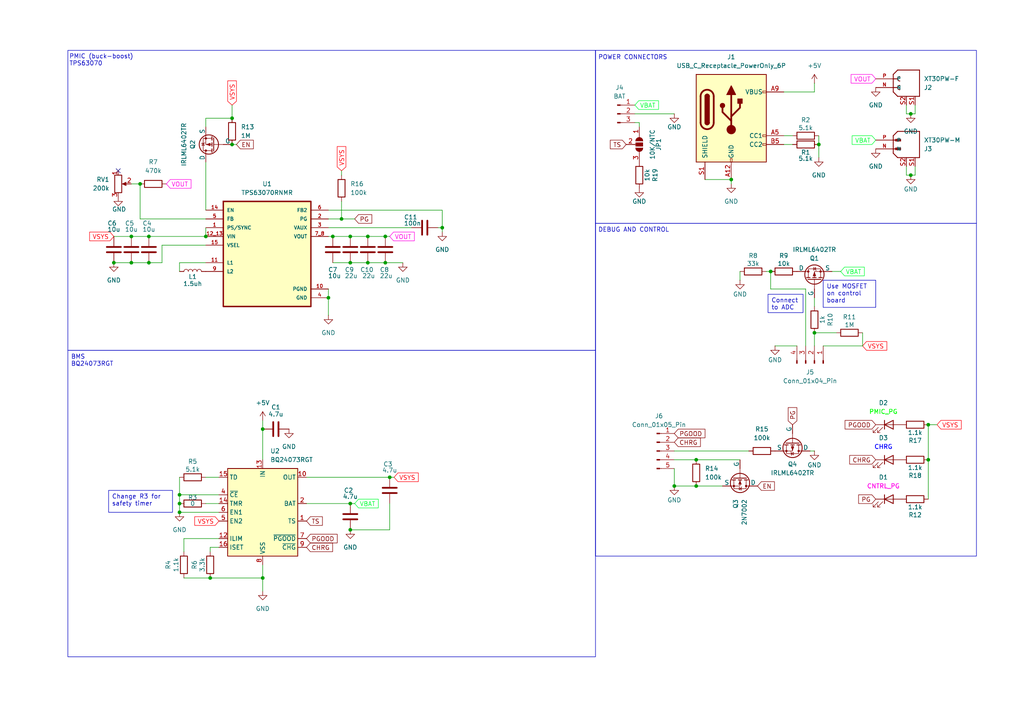
<source format=kicad_sch>
(kicad_sch (version 20231120) (generator "eeschema") (generator_version "8.0")
  (paper "A4")
  (title_block (title "PWB.003") (date "2025-01-18") (rev "v0") (company "SaintCarbonara"))
  (lib_symbols
    (symbol "Battery_Management:BQ24073RGT"
      (property "Reference" "U" (at -8.89 13.97 0))
      (property "Value" "BQ24073RGT" (at 16.51 13.97 0))
      (symbol "BQ24073RGT_0_1"
        (rectangle (start -10.16 12.7) (end 10.16 -12.7) (stroke (width 0.254)) (fill (type background)))
      )
      (symbol "BQ24073RGT_1_1"
        (pin passive line (at 12.7 -2.54 180) (length 2.54) (name "TS") (number "1"))
        (pin power_out line (at 12.7 10.16 180) (length 2.54) (name "OUT") (number "10"))
        (pin passive line (at 12.7 10.16 180) (length 2.54) hide (name "OUT") (number "11"))
        (pin passive line (at -12.7 -7.62 0) (length 2.54) (name "ILIM") (number "12"))
        (pin power_in line (at 0 15.24 270) (length 2.54) (name "IN") (number "13"))
        (pin input line (at -12.7 2.54 0) (length 2.54) (name "TMR") (number "14"))
        (pin input line (at -12.7 10.16 0) (length 2.54) (name "TD") (number "15"))
        (pin passive line (at -12.7 -10.16 0) (length 2.54) (name "ISET") (number "16"))
        (pin passive line (at 0 -15.24 90) (length 2.54) hide (name "VSS") (number "17"))
        (pin power_out line (at 12.7 2.54 180) (length 2.54) (name "BAT") (number "2"))
        (pin passive line (at 12.7 2.54 180) (length 2.54) hide (name "BAT") (number "3"))
        (pin input line (at -12.7 5.08 0) (length 2.54) (name "~{CE}") (number "4"))
        (pin input line (at -12.7 -2.54 0) (length 2.54) (name "EN2") (number "5"))
        (pin input line (at -12.7 0 0) (length 2.54) (name "EN1") (number "6"))
        (pin open_collector line (at 12.7 -7.62 180) (length 2.54) (name "~{PGOOD}") (number "7"))
        (pin power_in line (at 0 -15.24 90) (length 2.54) (name "VSS") (number "8"))
        (pin open_collector line (at 12.7 -10.16 180) (length 2.54) (name "~{CHG}") (number "9"))
      )
    )
    (symbol "Connector:Conn_01x03_Pin" (pin_names (offset 1.016) hide)
      (property "Reference" "J" (at 0 5.08 0))
      (property "Value" "Conn_01x03_Pin" (at 0 -5.08 0))
      (symbol "Conn_01x03_Pin_1_1"
        (polyline (pts (xy 1.27 -2.54) (xy 0.8636 -2.54)) (stroke (width 0.1524)))
        (polyline (pts (xy 1.27 0) (xy 0.8636 0)) (stroke (width 0.1524)))
        (polyline (pts (xy 1.27 2.54) (xy 0.8636 2.54)) (stroke (width 0.1524)))
        (rectangle (start 0.8636 -2.413) (end 0 -2.667) (stroke (width 0.1524)) (fill (type outline)))
        (rectangle (start 0.8636 0.127) (end 0 -0.127) (stroke (width 0.1524)) (fill (type outline)))
        (rectangle (start 0.8636 2.667) (end 0 2.413) (stroke (width 0.1524)) (fill (type outline)))
        (pin passive line (at 5.08 2.54 180) (length 3.81) (name "Pin_1") (number "1"))
        (pin passive line (at 5.08 0 180) (length 3.81) (name "Pin_2") (number "2"))
        (pin passive line (at 5.08 -2.54 180) (length 3.81) (name "Pin_3") (number "3"))
      )
    )
    (symbol "Connector:Conn_01x04_Pin" (pin_names (offset 1.016) hide)
      (property "Reference" "J" (at 0 5.08 0))
      (property "Value" "Conn_01x04_Pin" (at 0 -7.62 0))
      (symbol "Conn_01x04_Pin_1_1"
        (polyline (pts (xy 1.27 -5.08) (xy 0.8636 -5.08)) (stroke (width 0.1524)))
        (polyline (pts (xy 1.27 -2.54) (xy 0.8636 -2.54)) (stroke (width 0.1524)))
        (polyline (pts (xy 1.27 0) (xy 0.8636 0)) (stroke (width 0.1524)))
        (polyline (pts (xy 1.27 2.54) (xy 0.8636 2.54)) (stroke (width 0.1524)))
        (rectangle (start 0.8636 -4.953) (end 0 -5.207) (stroke (width 0.1524)) (fill (type outline)))
        (rectangle (start 0.8636 -2.413) (end 0 -2.667) (stroke (width 0.1524)) (fill (type outline)))
        (rectangle (start 0.8636 0.127) (end 0 -0.127) (stroke (width 0.1524)) (fill (type outline)))
        (rectangle (start 0.8636 2.667) (end 0 2.413) (stroke (width 0.1524)) (fill (type outline)))
        (pin passive line (at 5.08 2.54 180) (length 3.81) (name "Pin_1") (number "1"))
        (pin passive line (at 5.08 0 180) (length 3.81) (name "Pin_2") (number "2"))
        (pin passive line (at 5.08 -2.54 180) (length 3.81) (name "Pin_3") (number "3"))
        (pin passive line (at 5.08 -5.08 180) (length 3.81) (name "Pin_4") (number "4"))
      )
    )
    (symbol "Connector:Conn_01x05_Pin" (pin_names (offset 1.016) hide)
      (property "Reference" "J" (at 0 7.62 0))
      (property "Value" "Conn_01x05_Pin" (at 0 -7.62 0))
      (symbol "Conn_01x05_Pin_1_1"
        (polyline (pts (xy 1.27 -5.08) (xy 0.8636 -5.08)) (stroke (width 0.1524)))
        (polyline (pts (xy 1.27 -2.54) (xy 0.8636 -2.54)) (stroke (width 0.1524)))
        (polyline (pts (xy 1.27 0) (xy 0.8636 0)) (stroke (width 0.1524)))
        (polyline (pts (xy 1.27 2.54) (xy 0.8636 2.54)) (stroke (width 0.1524)))
        (polyline (pts (xy 1.27 5.08) (xy 0.8636 5.08)) (stroke (width 0.1524)))
        (rectangle (start 0.8636 -4.953) (end 0 -5.207) (stroke (width 0.1524)) (fill (type outline)))
        (rectangle (start 0.8636 -2.413) (end 0 -2.667) (stroke (width 0.1524)) (fill (type outline)))
        (rectangle (start 0.8636 0.127) (end 0 -0.127) (stroke (width 0.1524)) (fill (type outline)))
        (rectangle (start 0.8636 2.667) (end 0 2.413) (stroke (width 0.1524)) (fill (type outline)))
        (rectangle (start 0.8636 5.207) (end 0 4.953) (stroke (width 0.1524)) (fill (type outline)))
        (pin passive line (at 5.08 5.08 180) (length 3.81) (name "Pin_1") (number "1"))
        (pin passive line (at 5.08 2.54 180) (length 3.81) (name "Pin_2") (number "2"))
        (pin passive line (at 5.08 0 180) (length 3.81) (name "Pin_3") (number "3"))
        (pin passive line (at 5.08 -2.54 180) (length 3.81) (name "Pin_4") (number "4"))
        (pin passive line (at 5.08 -5.08 180) (length 3.81) (name "Pin_5") (number "5"))
      )
    )
    (symbol "Connector:USB_C_Receptacle_PowerOnly_6P" (pin_names (offset 1.016))
      (property "Reference" "J" (at 0 16.51 0))
      (property "Value" "USB_C_Receptacle_PowerOnly_6P" (at 0 13.97 0))
      (symbol "USB_C_Receptacle_PowerOnly_6P_0_0"
        (rectangle (start -0.254 -12.7) (end 0.254 -11.684))
        (rectangle (start 10.16 -7.366) (end 9.144 -7.874))
        (rectangle (start 10.16 -4.826) (end 9.144 -5.334))
        (rectangle (start 10.16 7.874) (end 9.144 7.366))
      )
      (symbol "USB_C_Receptacle_PowerOnly_6P_0_1"
        (rectangle (start -10.16 12.7) (end 10.16 -12.7) (stroke (width 0.254)) (fill (type background)))
        (arc (start -8.89 -1.27) (mid -6.985 -3.1667) (end -5.08 -1.27) (stroke (width 0.508)))
        (arc (start -7.62 -1.27) (mid -6.985 -1.9023) (end -6.35 -1.27) (stroke (width 0.254)))
        (arc (start -7.62 -1.27) (mid -6.985 -1.9023) (end -6.35 -1.27) (stroke (width 0.254)) (fill (type outline)))
        (rectangle (start -7.62 -1.27) (end -6.35 6.35) (stroke (width 0.254)) (fill (type outline)))
        (arc (start -6.35 6.35) (mid -6.985 6.9823) (end -7.62 6.35) (stroke (width 0.254)))
        (arc (start -6.35 6.35) (mid -6.985 6.9823) (end -7.62 6.35) (stroke (width 0.254)) (fill (type outline)))
        (arc (start -5.08 6.35) (mid -6.985 8.2467) (end -8.89 6.35) (stroke (width 0.508)))
        (circle (center -2.54 3.683) (radius 0.635) (stroke (width 0.254)) (fill (type outline)))
        (circle (center 0 -3.302) (radius 1.27) (fill (type outline)))
        (polyline (pts (xy -8.89 -1.27) (xy -8.89 6.35)) (stroke (width 0.508)))
        (polyline (pts (xy -5.08 6.35) (xy -5.08 -1.27)) (stroke (width 0.508)))
        (polyline (pts (xy 0 -3.302) (xy 0 6.858)) (stroke (width 0.508)))
        (polyline (pts (xy 0 -0.762) (xy -2.54 1.778) (xy -2.54 3.048)) (stroke (width 0.508)))
        (polyline (pts (xy 0 0.508) (xy 2.54 3.048) (xy 2.54 4.318)) (stroke (width 0.508)))
        (polyline (pts (xy -1.27 6.858) (xy 0 9.398) (xy 1.27 6.858) (xy -1.27 6.858)) (stroke (width 0.254)) (fill (type outline)))
        (rectangle (start 1.905 4.318) (end 3.175 5.588) (stroke (width 0.254)) (fill (type outline)))
      )
      (symbol "USB_C_Receptacle_PowerOnly_6P_1_1"
        (pin passive line (at 0 -17.78 90) (length 5.08) (name "GND") (number "A12"))
        (pin bidirectional line (at 15.24 -5.08 180) (length 5.08) (name "CC1") (number "A5"))
        (pin passive line (at 15.24 7.62 180) (length 5.08) (name "VBUS") (number "A9"))
        (pin passive line (at 0 -17.78 90) (length 5.08) hide (name "GND") (number "B12"))
        (pin bidirectional line (at 15.24 -7.62 180) (length 5.08) (name "CC2") (number "B5"))
        (pin passive line (at 15.24 7.62 180) (length 5.08) hide (name "VBUS") (number "B9"))
        (pin passive line (at -7.62 -17.78 90) (length 5.08) (name "SHIELD") (number "S1"))
      )
    )
    (symbol "Device:C" (pin_numbers hide) (pin_names (offset 0.254))
      (property "Reference" "C" (at 0.635 2.54 0))
      (property "Value" "C" (at 0.635 -2.54 0))
      (symbol "C_0_1"
        (polyline (pts (xy -2.032 -0.762) (xy 2.032 -0.762)) (stroke (width 0.508)))
        (polyline (pts (xy -2.032 0.762) (xy 2.032 0.762)) (stroke (width 0.508)))
      )
      (symbol "C_1_1"
        (pin passive line (at 0 3.81 270) (length 2.794) (name "~") (number "1"))
        (pin passive line (at 0 -3.81 90) (length 2.794) (name "~") (number "2"))
      )
    )
    (symbol "Device:L" (pin_numbers hide) (pin_names (offset 1.016) hide)
      (property "Reference" "L" (at -1.27 0 90))
      (property "Value" "L" (at 1.905 0 90))
      (symbol "L_0_1"
        (arc (start 0 -2.54) (mid 0.6323 -1.905) (end 0 -1.27))
        (arc (start 0 -1.27) (mid 0.6323 -0.635) (end 0 0))
        (arc (start 0 0) (mid 0.6323 0.635) (end 0 1.27))
        (arc (start 0 1.27) (mid 0.6323 1.905) (end 0 2.54))
      )
      (symbol "L_1_1"
        (pin passive line (at 0 3.81 270) (length 1.27) (name "1") (number "1"))
        (pin passive line (at 0 -3.81 90) (length 1.27) (name "2") (number "2"))
      )
    )
    (symbol "Device:LED" (pin_numbers hide) (pin_names (offset 1.016) hide)
      (property "Reference" "D" (at 0 2.54 0))
      (property "Value" "LED" (at 0 -2.54 0))
      (symbol "LED_0_1"
        (polyline (pts (xy -1.27 -1.27) (xy -1.27 1.27)) (stroke (width 0.254)))
        (polyline (pts (xy -1.27 0) (xy 1.27 0)))
        (polyline (pts (xy 1.27 -1.27) (xy 1.27 1.27) (xy -1.27 0) (xy 1.27 -1.27)) (stroke (width 0.254)))
        (polyline (pts (xy -3.048 -0.762) (xy -4.572 -2.286) (xy -3.81 -2.286) (xy -4.572 -2.286) (xy -4.572 -1.524)))
        (polyline (pts (xy -1.778 -0.762) (xy -3.302 -2.286) (xy -2.54 -2.286) (xy -3.302 -2.286) (xy -3.302 -1.524)))
      )
      (symbol "LED_1_1"
        (pin passive line (at -3.81 0 0) (length 2.54) (name "K") (number "1"))
        (pin passive line (at 3.81 0 180) (length 2.54) (name "A") (number "2"))
      )
    )
    (symbol "Device:R" (pin_numbers hide) (pin_names (offset 0))
      (property "Reference" "R" (at 2.032 0 90))
      (property "Value" "R" (at 0 0 90))
      (symbol "R_0_1"
        (rectangle (start -1.016 -2.54) (end 1.016 2.54) (stroke (width 0.254)))
      )
      (symbol "R_1_1"
        (pin passive line (at 0 3.81 270) (length 1.27) (name "~") (number "1"))
        (pin passive line (at 0 -3.81 90) (length 1.27) (name "~") (number "2"))
      )
    )
    (symbol "Device:R_Potentiometer" (pin_names (offset 1.016) hide)
      (property "Reference" "RV" (at -4.445 0 90))
      (property "Value" "R_Potentiometer" (at -2.54 0 90))
      (symbol "R_Potentiometer_0_1"
        (polyline (pts (xy 2.54 0) (xy 1.524 0)))
        (polyline (pts (xy 1.143 0) (xy 2.286 0.508) (xy 2.286 -0.508) (xy 1.143 0)) (fill (type outline)))
        (rectangle (start 1.016 2.54) (end -1.016 -2.54) (stroke (width 0.254)))
      )
      (symbol "R_Potentiometer_1_1"
        (pin passive line (at 0 3.81 270) (length 1.27) (name "1") (number "1"))
        (pin passive line (at 3.81 0 180) (length 1.27) (name "2") (number "2"))
        (pin passive line (at 0 -3.81 90) (length 1.27) (name "3") (number "3"))
      )
    )
    (symbol "Jumper:SolderJumper_3_Open" (pin_names (offset 0) hide) (exclude_from_sim yes) (in_bom no)
      (property "Reference" "JP" (at -2.54 -2.54 0))
      (property "Value" "SolderJumper_3_Open" (at 0 2.794 0))
      (symbol "SolderJumper_3_Open_0_1"
        (arc (start -1.016 1.016) (mid -2.0276 0) (end -1.016 -1.016))
        (arc (start -1.016 1.016) (mid -2.0276 0) (end -1.016 -1.016) (fill (type outline)))
        (rectangle (start -0.508 1.016) (end 0.508 -1.016) (fill (type outline)))
        (polyline (pts (xy -2.54 0) (xy -2.032 0)))
        (polyline (pts (xy -1.016 1.016) (xy -1.016 -1.016)))
        (polyline (pts (xy 0 -1.27) (xy 0 -1.016)))
        (polyline (pts (xy 1.016 1.016) (xy 1.016 -1.016)))
        (polyline (pts (xy 2.54 0) (xy 2.032 0)))
        (arc (start 1.016 -1.016) (mid 2.0276 0) (end 1.016 1.016))
        (arc (start 1.016 -1.016) (mid 2.0276 0) (end 1.016 1.016) (fill (type outline)))
      )
      (symbol "SolderJumper_3_Open_1_1"
        (pin passive line (at -5.08 0 0) (length 2.54) (name "A") (number "1"))
        (pin passive line (at 0 -3.81 90) (length 2.54) (name "C") (number "2"))
        (pin passive line (at 5.08 0 180) (length 2.54) (name "B") (number "3"))
      )
    )
    (symbol "Simulation_SPICE:NMOS" (pin_numbers hide) (pin_names (offset 0))
      (property "Reference" "Q" (at 5.08 1.27 0))
      (property "Value" "NMOS" (at 5.08 -1.27 0))
      (symbol "NMOS_0_1"
        (polyline (pts (xy 0.254 0) (xy -2.54 0)))
        (polyline (pts (xy 0.254 1.905) (xy 0.254 -1.905)) (stroke (width 0.254)))
        (polyline (pts (xy 0.762 -1.27) (xy 0.762 -2.286)) (stroke (width 0.254)))
        (polyline (pts (xy 0.762 0.508) (xy 0.762 -0.508)) (stroke (width 0.254)))
        (polyline (pts (xy 0.762 2.286) (xy 0.762 1.27)) (stroke (width 0.254)))
        (polyline (pts (xy 2.54 2.54) (xy 2.54 1.778)))
        (polyline (pts (xy 2.54 -2.54) (xy 2.54 0) (xy 0.762 0)))
        (polyline (pts (xy 0.762 -1.778) (xy 3.302 -1.778) (xy 3.302 1.778) (xy 0.762 1.778)))
        (polyline (pts (xy 1.016 0) (xy 2.032 0.381) (xy 2.032 -0.381) (xy 1.016 0)) (fill (type outline)))
        (polyline (pts (xy 2.794 0.508) (xy 2.921 0.381) (xy 3.683 0.381) (xy 3.81 0.254)))
        (polyline (pts (xy 3.302 0.381) (xy 2.921 -0.254) (xy 3.683 -0.254) (xy 3.302 0.381)))
        (circle (center 1.651 0) (radius 2.794) (stroke (width 0.254)))
        (circle (center 2.54 -1.778) (radius 0.254) (fill (type outline)))
        (circle (center 2.54 1.778) (radius 0.254) (fill (type outline)))
      )
      (symbol "NMOS_1_1"
        (pin passive line (at 2.54 5.08 270) (length 2.54) (name "D") (number "1"))
        (pin input line (at -5.08 0 0) (length 2.54) (name "G") (number "2"))
        (pin passive line (at 2.54 -5.08 90) (length 2.54) (name "S") (number "3"))
      )
    )
    (symbol "Simulation_SPICE:PMOS" (pin_numbers hide) (pin_names (offset 0))
      (property "Reference" "Q" (at 5.08 1.27 0))
      (property "Value" "PMOS" (at 5.08 -1.27 0))
      (symbol "PMOS_0_1"
        (polyline (pts (xy 0.254 0) (xy -2.54 0)))
        (polyline (pts (xy 0.254 1.905) (xy 0.254 -1.905)) (stroke (width 0.254)))
        (polyline (pts (xy 0.762 -1.27) (xy 0.762 -2.286)) (stroke (width 0.254)))
        (polyline (pts (xy 0.762 0.508) (xy 0.762 -0.508)) (stroke (width 0.254)))
        (polyline (pts (xy 0.762 2.286) (xy 0.762 1.27)) (stroke (width 0.254)))
        (polyline (pts (xy 2.54 2.54) (xy 2.54 1.778)))
        (polyline (pts (xy 2.54 -2.54) (xy 2.54 0) (xy 0.762 0)))
        (polyline (pts (xy 0.762 1.778) (xy 3.302 1.778) (xy 3.302 -1.778) (xy 0.762 -1.778)))
        (polyline (pts (xy 2.286 0) (xy 1.27 0.381) (xy 1.27 -0.381) (xy 2.286 0)) (fill (type outline)))
        (polyline (pts (xy 2.794 -0.508) (xy 2.921 -0.381) (xy 3.683 -0.381) (xy 3.81 -0.254)))
        (polyline (pts (xy 3.302 -0.381) (xy 2.921 0.254) (xy 3.683 0.254) (xy 3.302 -0.381)))
        (circle (center 1.651 0) (radius 2.794) (stroke (width 0.254)))
        (circle (center 2.54 -1.778) (radius 0.254) (fill (type outline)))
        (circle (center 2.54 1.778) (radius 0.254) (fill (type outline)))
      )
      (symbol "PMOS_1_1"
        (pin passive line (at 2.54 5.08 270) (length 2.54) (name "D") (number "1"))
        (pin input line (at -5.08 0 0) (length 2.54) (name "G") (number "2"))
        (pin passive line (at 2.54 -5.08 90) (length 2.54) (name "S") (number "3"))
      )
    )
    (symbol "TPS63070RNMR:TPS63070RNMR" (pin_names (offset 1.016))
      (property "Reference" "U" (at -12.7 16.24 0))
      (property "Value" "TPS63070RNMR" (at -12.7 -19.24 0))
      (symbol "TPS63070RNMR_0_0"
        (rectangle (start -12.7 -15.24) (end 12.7 15.24) (stroke (width 0.41)) (fill (type background)))
        (pin input line (at -17.78 7.62 0) (length 5.08) (name "PS/SYNC") (number "1"))
        (pin power_in line (at 17.78 -10.16 180) (length 5.08) (name "PGND") (number "10"))
        (pin bidirectional line (at -17.78 -2.54 0) (length 5.08) (name "L1") (number "11"))
        (pin input line (at -17.78 5.08 0) (length 5.08) (name "VIN") (number "12_13"))
        (pin input line (at -17.78 12.7 0) (length 5.08) (name "EN") (number "14"))
        (pin input line (at -17.78 2.54 0) (length 5.08) (name "VSEL") (number "15"))
        (pin output line (at 17.78 10.16 180) (length 5.08) (name "PG") (number "2"))
        (pin output line (at 17.78 7.62 180) (length 5.08) (name "VAUX") (number "3"))
        (pin power_in line (at 17.78 -12.7 180) (length 5.08) (name "GND") (number "4"))
        (pin input line (at -17.78 10.16 0) (length 5.08) (name "FB") (number "5"))
        (pin output line (at 17.78 12.7 180) (length 5.08) (name "FB2") (number "6"))
        (pin output line (at 17.78 5.08 180) (length 5.08) (name "VOUT") (number "7_8"))
        (pin bidirectional line (at -17.78 -5.08 0) (length 5.08) (name "L2") (number "9"))
      )
    )
    (symbol "XT30PW-F:XT30PW-F" (pin_names (offset 1.016))
      (property "Reference" "J3" (at -8.89 -2.5401 0))
      (property "Value" "XT30PW-F" (at -8.89 -0.0001 0))
      (symbol "XT30PW-F_0_0"
        (arc (start -1.905 -3.175) (mid -1.2727 -2.54) (end -1.905 -1.905) (stroke (width 0.254)))
        (arc (start -1.905 -0.635) (mid -1.2727 0) (end -1.905 0.635) (stroke (width 0.254)))
        (polyline (pts (xy -7.62 -5.08) (xy -7.62 2.54)) (stroke (width 0.254)))
        (polyline (pts (xy -7.62 2.54) (xy -1.27 2.54)) (stroke (width 0.254)))
        (polyline (pts (xy -1.27 -5.08) (xy -7.62 -5.08)) (stroke (width 0.254)))
        (polyline (pts (xy 0 -3.81) (xy -1.27 -5.08)) (stroke (width 0.254)))
        (polyline (pts (xy 0 -2.54) (xy -1.27 -2.54)) (stroke (width 0.254)))
        (polyline (pts (xy 0 0) (xy -1.27 0)) (stroke (width 0.254)))
        (polyline (pts (xy 0 0) (xy 0 -3.81)) (stroke (width 0.254)))
        (polyline (pts (xy 0 1.27) (xy -1.27 2.54)) (stroke (width 0.254)))
        (polyline (pts (xy 0 1.27) (xy 0 0)) (stroke (width 0.254)))
        (pin power_in line (at 5.08 -2.54 180) (length 5.08) (name "N") (number "N"))
        (pin power_in line (at 5.08 0 180) (length 5.08) (name "P") (number "P"))
      )
      (symbol "XT30PW-F_1_1"
        (pin passive line (at -6.35 -7.62 90) (length 2.54) (name "") (number "S1"))
        (pin passive line (at -3.81 -7.62 90) (length 2.54) (name "") (number "S2"))
      )
    )
    (symbol "XT30PW-M:XT30PW-M" (pin_names (offset 1.016))
      (property "Reference" "J4" (at -8.89 -2.5401 0))
      (property "Value" "XT30PW-M" (at -8.89 -0.0001 0))
      (symbol "XT30PW-M_0_0"
        (rectangle (start -2.2225 -2.8575) (end -0.635 -2.2225) (stroke (width 0.1)) (fill (type outline)))
        (rectangle (start -2.2225 -0.3175) (end -0.635 0.3175) (stroke (width 0.1)) (fill (type outline)))
        (polyline (pts (xy -7.62 -5.08) (xy -7.62 2.54)) (stroke (width 0.254)))
        (polyline (pts (xy -7.62 2.54) (xy -1.27 2.54)) (stroke (width 0.254)))
        (polyline (pts (xy -1.27 -5.08) (xy -7.62 -5.08)) (stroke (width 0.254)))
        (polyline (pts (xy 0 -3.81) (xy -1.27 -5.08)) (stroke (width 0.254)))
        (polyline (pts (xy 0 -2.54) (xy -1.905 -2.54)) (stroke (width 0.254)))
        (polyline (pts (xy 0 0) (xy -1.905 0)) (stroke (width 0.254)))
        (polyline (pts (xy 0 0) (xy 0 -3.81)) (stroke (width 0.254)))
        (polyline (pts (xy 0 1.27) (xy -1.27 2.54)) (stroke (width 0.254)))
        (polyline (pts (xy 0 1.27) (xy 0 0)) (stroke (width 0.254)))
        (pin power_in line (at 5.08 -2.54 180) (length 5.08) (name "N") (number "N"))
        (pin power_in line (at 5.08 0 180) (length 5.08) (name "P") (number "P"))
      )
      (symbol "XT30PW-M_1_1"
        (pin passive line (at -6.35 -7.62 90) (length 2.54) (name "") (number "S1"))
        (pin passive line (at -3.81 -7.62 90) (length 2.54) (name "") (number "S2"))
      )
    )
    (symbol "power:+5V" (power) (pin_numbers hide) (pin_names (offset 0) hide)
      (property "Value" "+5V" (at 0 3.556 0))
      (symbol "+5V_0_1"
        (polyline (pts (xy -0.762 1.27) (xy 0 2.54)))
        (polyline (pts (xy 0 0) (xy 0 2.54)))
        (polyline (pts (xy 0 2.54) (xy 0.762 1.27)))
      )
      (symbol "+5V_1_1"
        (pin power_in line (at 0 0 90) (length 0) (name "~") (number "1"))
      )
    )
    (symbol "power:GND" (power) (pin_numbers hide) (pin_names (offset 0) hide)
      (property "Value" "GND" (at 0 -3.81 0))
      (symbol "GND_0_1"
        (polyline (pts (xy 0 0) (xy 0 -1.27) (xy 1.27 -1.27) (xy 0 -2.54) (xy -1.27 -1.27) (xy 0 -1.27)))
      )
      (symbol "GND_1_1"
        (pin power_in line (at 0 0 270) (length 0) (name "~") (number "1"))
      )
    )
  )
  (junction (at 99.06 63.5))
  (junction (at 43.18 68.58))
  (junction (at 52.07 146.05))
  (junction (at 264.16 33.02))
  (junction (at 52.07 148.59))
  (junction (at 76.2 124.46))
  (junction (at 128.27 66.04))
  (junction (at 212.09 52.07))
  (junction (at 95.25 86.36))
  (junction (at 40.64 53.34))
  (junction (at 76.2 167.64))
  (junction (at 113.03 138.43))
  (junction (at 67.31 41.91))
  (junction (at 269.24 133.35))
  (junction (at 111.76 76.2))
  (junction (at 43.18 76.2))
  (junction (at 269.24 123.19))
  (junction (at 101.6 76.2))
  (junction (at 59.69 68.58))
  (junction (at 223.52 78.74))
  (junction (at 236.22 96.52))
  (junction (at 237.49 41.91))
  (junction (at 264.16 50.8))
  (junction (at 52.07 143.51))
  (junction (at 106.68 76.2))
  (junction (at 38.1 76.2))
  (junction (at 111.76 68.58))
  (junction (at 201.93 140.97))
  (junction (at 106.68 68.58))
  (junction (at 96.52 68.58))
  (junction (at 67.31 34.29))
  (junction (at 101.6 146.05))
  (junction (at 38.1 68.58))
  (junction (at 195.58 140.97))
  (junction (at 101.6 68.58))
  (junction (at 101.6 153.67))
  (junction (at 60.96 167.64))
  (junction (at 33.02 76.2))
  (junction (at 201.93 133.35))
  (no_connect (at 34.29 49.53))
  (wire (pts (xy 234.95 130.81) (xy 236.22 130.81)))
  (wire (pts (xy 52.07 76.2) (xy 52.07 78.74)))
  (wire (pts (xy 88.9 138.43) (xy 113.03 138.43)))
  (wire (pts (xy 265.43 50.8) (xy 265.43 48.26)))
  (wire (pts (xy 236.22 26.67) (xy 236.22 24.13)))
  (wire (pts (xy 223.52 78.74) (xy 223.52 83.82)))
  (wire (pts (xy 262.89 50.8) (xy 262.89 48.26)))
  (wire (pts (xy 236.22 96.52) (xy 242.57 96.52)))
  (wire (pts (xy 185.42 36.83) (xy 185.42 35.56)))
  (wire (pts (xy 269.24 133.35) (xy 269.24 144.78)))
  (wire (pts (xy 60.96 167.64) (xy 76.2 167.64)))
  (wire (pts (xy 184.15 33.02) (xy 195.58 33.02)))
  (wire (pts (xy 195.58 140.97) (xy 201.93 140.97)))
  (wire (pts (xy 95.25 60.96) (xy 128.27 60.96)))
  (wire (pts (xy 237.49 41.91) (xy 237.49 45.72)))
  (wire (pts (xy 227.33 41.91) (xy 229.87 41.91)))
  (wire (pts (xy 95.25 68.58) (xy 96.52 68.58)))
  (wire (pts (xy 264.16 33.02) (xy 265.43 33.02)))
  (wire (pts (xy 101.6 76.2) (xy 106.68 76.2)))
  (wire (pts (xy 114.3 138.43) (xy 113.03 138.43)))
  (wire (pts (xy 236.22 88.9) (xy 236.22 86.36)))
  (wire (pts (xy 250.19 96.52) (xy 250.19 100.33)))
  (wire (pts (xy 96.52 68.58) (xy 101.6 68.58)))
  (wire (pts (xy 106.68 76.2) (xy 111.76 76.2)))
  (wire (pts (xy 223.52 83.82) (xy 233.68 83.82)))
  (wire (pts (xy 33.02 76.2) (xy 38.1 76.2)))
  (wire (pts (xy 53.34 156.21) (xy 63.5 156.21)))
  (wire (pts (xy 102.87 63.5) (xy 99.06 63.5)))
  (wire (pts (xy 127 66.04) (xy 128.27 66.04)))
  (wire (pts (xy 59.69 138.43) (xy 63.5 138.43)))
  (wire (pts (xy 241.3 78.74) (xy 243.84 78.74)))
  (wire (pts (xy 59.69 66.04) (xy 59.69 68.58)))
  (wire (pts (xy 111.76 68.58) (xy 113.03 68.58)))
  (wire (pts (xy 212.09 53.34) (xy 212.09 52.07)))
  (wire (pts (xy 59.69 34.29) (xy 59.69 36.83)))
  (wire (pts (xy 227.33 39.37) (xy 229.87 39.37)))
  (wire (pts (xy 201.93 140.97) (xy 209.55 140.97)))
  (wire (pts (xy 43.18 76.2) (xy 46.99 76.2)))
  (wire (pts (xy 67.31 30.48) (xy 67.31 34.29)))
  (wire (pts (xy 76.2 121.92) (xy 76.2 124.46)))
  (wire (pts (xy 214.63 78.74) (xy 214.63 81.28)))
  (wire (pts (xy 128.27 66.04) (xy 128.27 67.31)))
  (wire (pts (xy 250.19 100.33) (xy 238.76 100.33)))
  (wire (pts (xy 102.87 146.05) (xy 101.6 146.05)))
  (wire (pts (xy 52.07 148.59) (xy 63.5 148.59)))
  (wire (pts (xy 269.24 123.19) (xy 271.78 123.19)))
  (wire (pts (xy 38.1 68.58) (xy 43.18 68.58)))
  (wire (pts (xy 128.27 60.96) (xy 128.27 66.04)))
  (wire (pts (xy 59.69 76.2) (xy 52.07 76.2)))
  (wire (pts (xy 99.06 58.42) (xy 99.06 63.5)))
  (wire (pts (xy 264.16 50.8) (xy 265.43 50.8)))
  (wire (pts (xy 52.07 138.43) (xy 52.07 143.51)))
  (wire (pts (xy 185.42 35.56) (xy 184.15 35.56)))
  (wire (pts (xy 195.58 135.89) (xy 195.58 140.97)))
  (wire (pts (xy 96.52 76.2) (xy 101.6 76.2)))
  (wire (pts (xy 59.69 46.99) (xy 59.69 60.96)))
  (wire (pts (xy 76.2 171.45) (xy 76.2 167.64)))
  (wire (pts (xy 40.64 63.5) (xy 59.69 63.5)))
  (wire (pts (xy 227.33 26.67) (xy 236.22 26.67)))
  (wire (pts (xy 262.89 33.02) (xy 262.89 30.48)))
  (wire (pts (xy 52.07 146.05) (xy 52.07 148.59)))
  (wire (pts (xy 52.07 143.51) (xy 52.07 146.05)))
  (wire (pts (xy 262.89 33.02) (xy 264.16 33.02)))
  (wire (pts (xy 233.68 83.82) (xy 233.68 100.33)))
  (wire (pts (xy 60.96 158.75) (xy 60.96 160.02)))
  (wire (pts (xy 52.07 143.51) (xy 63.5 143.51)))
  (wire (pts (xy 106.68 68.58) (xy 111.76 68.58)))
  (wire (pts (xy 76.2 124.46) (xy 76.2 133.35)))
  (wire (pts (xy 33.02 68.58) (xy 38.1 68.58)))
  (wire (pts (xy 38.1 53.34) (xy 40.64 53.34)))
  (wire (pts (xy 116.84 76.2) (xy 111.76 76.2)))
  (wire (pts (xy 67.31 41.91) (xy 68.58 41.91)))
  (wire (pts (xy 59.69 71.12) (xy 46.99 71.12)))
  (wire (pts (xy 53.34 160.02) (xy 53.34 156.21)))
  (wire (pts (xy 38.1 76.2) (xy 43.18 76.2)))
  (wire (pts (xy 95.25 83.82) (xy 95.25 86.36)))
  (wire (pts (xy 237.49 39.37) (xy 237.49 41.91)))
  (wire (pts (xy 76.2 167.64) (xy 76.2 163.83)))
  (wire (pts (xy 101.6 68.58) (xy 106.68 68.58)))
  (wire (pts (xy 95.25 66.04) (xy 119.38 66.04)))
  (wire (pts (xy 201.93 133.35) (xy 214.63 133.35)))
  (wire (pts (xy 53.34 167.64) (xy 60.96 167.64)))
  (wire (pts (xy 95.25 86.36) (xy 95.25 91.44)))
  (wire (pts (xy 265.43 33.02) (xy 265.43 30.48)))
  (wire (pts (xy 88.9 146.05) (xy 101.6 146.05)))
  (wire (pts (xy 269.24 123.19) (xy 269.24 133.35)))
  (wire (pts (xy 195.58 133.35) (xy 201.93 133.35)))
  (wire (pts (xy 99.06 63.5) (xy 95.25 63.5)))
  (wire (pts (xy 262.89 50.8) (xy 264.16 50.8)))
  (wire (pts (xy 212.09 52.07) (xy 204.47 52.07)))
  (wire (pts (xy 195.58 130.81) (xy 217.17 130.81)))
  (wire (pts (xy 224.79 100.33) (xy 231.14 100.33)))
  (wire (pts (xy 43.18 68.58) (xy 59.69 68.58)))
  (wire (pts (xy 63.5 158.75) (xy 60.96 158.75)))
  (wire (pts (xy 46.99 71.12) (xy 46.99 76.2)))
  (wire (pts (xy 113.03 153.67) (xy 101.6 153.67)))
  (wire (pts (xy 40.64 53.34) (xy 40.64 63.5)))
  (wire (pts (xy 59.69 34.29) (xy 67.31 34.29)))
  (wire (pts (xy 222.25 78.74) (xy 223.52 78.74)))
  (wire (pts (xy 59.69 146.05) (xy 63.5 146.05)))
  (wire (pts (xy 113.03 146.05) (xy 113.03 153.67)))
  (wire (pts (xy 236.22 96.52) (xy 236.22 100.33)))
  (wire (pts (xy 99.06 49.53) (xy 99.06 50.8)))
  (rectangle (start 172.72 64.77) (end 283.21 161.29))
  (rectangle (start 19.685 101.6) (end 172.72 190.5))
  (rectangle (start 172.72 14.605) (end 283.21 64.77))
  (rectangle (start 19.685 14.605) (end 172.72 101.6))
  (text_box "Change R3 for safety timer" (at 31.496 142.24 0) (size 18.542 6.35) (effects (font (size 1.27 1.27)) (justify left top)))
  (text_box "Use MOSFET on control board\n" (at 238.76 81.28 0) (size 15.24 7.874) (effects (font (size 1.27 1.27)) (justify left top)))
  (text_box "Connect to ADC\n" (at 222.758 85.344 0) (size 10.16 5.334) (effects (font (size 1.27 1.27)) (justify left top)))
  (text "BMS\nBQ24073RGT" (at 20.574 104.648 0) (effects (font (size 1.27 1.27)) (justify left)))
  (text "POWER CONNECTORS" (at 173.482 16.002 0) (effects (font (size 1.27 1.27)) (justify left top)))
  (text "DEBUG AND CONTROL" (at 173.482 66.04 0) (effects (font (size 1.27 1.27)) (justify left top)))
  (text "PMIC (buck-boost)\nTPS63070\n" (at 20.066 17.526 0) (effects (font (size 1.27 1.27)) (justify left)))
  (global_label "PGOOD" (shape input) (at 254 123.19 180) (property "Intersheetrefs" "${INTERSHEET_REFS}" (effects (hide yes))))
  (global_label "CHRG" (shape input) (at 88.9 158.75 0) (property "Intersheetrefs" "${INTERSHEET_REFS}" (effects (hide yes))))
  (global_label "VOUT" (shape input) (at 113.03 68.58 0) (property "Intersheetrefs" "${INTERSHEET_REFS}" (effects (hide yes))))
  (global_label "VSYS" (shape input) (at 250.19 100.33 0) (property "Intersheetrefs" "${INTERSHEET_REFS}" (effects (hide yes))))
  (global_label "VOUT" (shape input) (at 254 22.86 180) (property "Intersheetrefs" "${INTERSHEET_REFS}" (effects (hide yes))))
  (global_label "VSYS" (shape input) (at 114.3 138.43 0) (property "Intersheetrefs" "${INTERSHEET_REFS}" (effects (hide yes))))
  (global_label "VBAT" (shape input) (at 102.87 146.05 0) (property "Intersheetrefs" "${INTERSHEET_REFS}" (effects (hide yes))))
  (global_label "VSYS" (shape input) (at 63.5 151.13 180) (property "Intersheetrefs" "${INTERSHEET_REFS}" (effects (hide yes))))
  (global_label "PGOOD" (shape input) (at 195.58 125.73 0) (property "Intersheetrefs" "${INTERSHEET_REFS}" (effects (hide yes))))
  (global_label "CHRG" (shape input) (at 195.58 128.27 0) (property "Intersheetrefs" "${INTERSHEET_REFS}" (effects (hide yes))))
  (global_label "PG" (shape input) (at 254 144.78 180) (property "Intersheetrefs" "${INTERSHEET_REFS}" (effects (hide yes))))
  (global_label "PG" (shape input) (at 229.87 123.19 90) (property "Intersheetrefs" "${INTERSHEET_REFS}" (effects (hide yes))))
  (global_label "VBAT" (shape input) (at 243.84 78.74 0) (property "Intersheetrefs" "${INTERSHEET_REFS}" (effects (hide yes))))
  (global_label "VOUT" (shape input) (at 48.26 53.34 0) (property "Intersheetrefs" "${INTERSHEET_REFS}" (effects (hide yes))))
  (global_label "TS" (shape input) (at 88.9 151.13 0) (property "Intersheetrefs" "${INTERSHEET_REFS}" (effects (hide yes))))
  (global_label "PG" (shape input) (at 102.87 63.5 0) (property "Intersheetrefs" "${INTERSHEET_REFS}" (effects (hide yes))))
  (global_label "PGOOD" (shape input) (at 88.9 156.21 0) (property "Intersheetrefs" "${INTERSHEET_REFS}" (effects (hide yes))))
  (global_label "VSYS" (shape input) (at 99.06 49.53 90) (property "Intersheetrefs" "${INTERSHEET_REFS}" (effects (hide yes))))
  (global_label "VSYS" (shape input) (at 67.31 30.48 90) (property "Intersheetrefs" "${INTERSHEET_REFS}" (effects (hide yes))))
  (global_label "VSYS" (shape input) (at 271.78 123.19 0) (property "Intersheetrefs" "${INTERSHEET_REFS}" (effects (hide yes))))
  (global_label "EN" (shape input) (at 68.58 41.91 0) (property "Intersheetrefs" "${INTERSHEET_REFS}" (effects (hide yes))))
  (global_label "VBAT" (shape input) (at 184.15 30.48 0) (property "Intersheetrefs" "${INTERSHEET_REFS}" (effects (hide yes))))
  (global_label "TS" (shape input) (at 181.61 41.91 180) (property "Intersheetrefs" "${INTERSHEET_REFS}" (effects (hide yes))))
  (global_label "VSYS" (shape input) (at 33.02 68.58 180) (property "Intersheetrefs" "${INTERSHEET_REFS}" (effects (hide yes))))
  (global_label "VBAT" (shape input) (at 254 40.64 180) (property "Intersheetrefs" "${INTERSHEET_REFS}" (effects (hide yes))))
  (global_label "EN" (shape input) (at 219.71 140.97 0) (property "Intersheetrefs" "${INTERSHEET_REFS}" (effects (hide yes))))
  (global_label "CHRG" (shape input) (at 254 133.35 180) (property "Intersheetrefs" "${INTERSHEET_REFS}" (effects (hide yes))))
  (symbol (lib_id "Device:R") (at 265.43 144.78 270) (unit 1)
    (property "Reference" "R12" (at 265.43 149.352 90))
    (property "Value" "1.1k" (at 265.43 147.066 90))
    (property "Footprint" "Resistor_SMD:R_0805_2012Metric" (effects (hide yes)))
    (property "Description" "Resistor" (effects (hide yes)))
  )
  (symbol (lib_id "Device:R") (at 201.93 137.16 180) (unit 1)
    (property "Reference" "R14" (at 204.47 135.8899 0) (effects (justify right)))
    (property "Value" "100k" (at 204.47 138.4299 0) (effects (justify right)))
    (property "Footprint" "Resistor_SMD:R_0805_2012Metric" (effects (hide yes)))
    (property "Description" "Resistor" (effects (hide yes)))
  )
  (symbol (lib_id "Device:R_Potentiometer") (at 34.29 53.34 0) (unit 1)
    (property "Reference" "RV1" (at 31.75 52.0699 0) (effects (justify right)))
    (property "Value" "200k" (at 31.75 54.6099 0) (effects (justify right)))
    (property "Footprint" "Potentiometer_SMD:Potentiometer_Bourns_TC33X_Vertical" (effects (hide yes)))
    (property "Description" "Potentiometer" (effects (hide yes)))
  )
  (symbol (lib_id "power:GND") (at 254 25.4 0) (unit 1)
    (property "Reference" "#PWR08" (effects (hide yes)))
    (property "Value" "GND" (at 254 30.48 0))
    (property "Description" "Power symbol creates a global label with name \"GND\" , ground" (effects (hide yes)))
  )
  (symbol (lib_id "Device:R") (at 233.68 41.91 90) (unit 1)
    (property "Reference" "R1" (at 233.68 44.196 90))
    (property "Value" "5.1k" (at 233.68 45.974 90))
    (property "Footprint" "Resistor_SMD:R_0805_2012Metric" (effects (hide yes)))
    (property "Description" "Resistor" (effects (hide yes)))
  )
  (symbol (lib_id "power:GND") (at 128.27 67.31 0) (unit 1)
    (property "Reference" "#PWR03" (effects (hide yes)))
    (property "Value" "GND" (at 128.27 72.39 0))
    (property "Description" "Power symbol creates a global label with name \"GND\" , ground" (effects (hide yes)))
  )
  (symbol (lib_id "Device:R") (at 67.31 38.1 0) (unit 1)
    (property "Reference" "R13" (at 69.85 36.8299 0) (effects (justify left)))
    (property "Value" "1M" (at 69.85 39.3699 0) (effects (justify left)))
    (property "Footprint" "Resistor_SMD:R_0805_2012Metric" (effects (hide yes)))
    (property "Description" "Resistor" (effects (hide yes)))
  )
  (symbol (lib_id "Device:R") (at 55.88 146.05 270) (unit 1)
    (property "Reference" "R3" (at 55.88 144.272 90))
    (property "Value" "0" (at 55.88 146.05 90))
    (property "Footprint" "Resistor_SMD:R_0805_2012Metric" (effects (hide yes)))
    (property "Description" "Resistor" (effects (hide yes)))
  )
  (symbol (lib_id "power:GND") (at 95.25 91.44 0) (unit 1)
    (property "Reference" "#PWR01" (effects (hide yes)))
    (property "Value" "GND" (at 95.25 96.52 0))
    (property "Description" "Power symbol creates a global label with name \"GND\" , ground" (effects (hide yes)))
  )
  (symbol (lib_id "Device:C") (at 43.18 72.39 180) (unit 1)
    (property "Reference" "C4" (at 42.672 64.77 0))
    (property "Value" "10u" (at 43.18 66.548 0))
    (property "Footprint" "Capacitor_SMD:C_0805_2012Metric" (effects (hide yes)))
    (property "Description" "Unpolarized capacitor" (effects (hide yes)))
  )
  (symbol (lib_id "Device:R") (at 236.22 92.71 0) (unit 1)
    (property "Reference" "R10" (at 240.792 92.71 90))
    (property "Value" "1k" (at 238.506 92.71 90))
    (property "Footprint" "Resistor_SMD:R_0805_2012Metric" (effects (hide yes)))
    (property "Description" "Resistor" (effects (hide yes)))
  )
  (symbol (lib_id "power:GND") (at 101.6 153.67 0) (unit 1)
    (property "Reference" "#PWR014" (effects (hide yes)))
    (property "Value" "GND" (at 101.6 158.75 0))
    (property "Description" "Power symbol creates a global label with name \"GND\" , ground" (effects (hide yes)))
  )
  (symbol (lib_id "Connector:Conn_01x03_Pin") (at 179.07 33.02 0) (unit 1)
    (property "Reference" "J4" (at 179.705 25.4 0))
    (property "Value" "BAT" (at 179.705 27.94 0))
    (property "Footprint" "Connector_JST:JST_PH_S3B-PH-K_1x03_P2.00mm_Horizontal" (effects (hide yes)))
    (property "Description" "Generic connector, single row, 01x03, script generated" (effects (hide yes)))
    (property "LCSC" "C5368765" (effects (hide yes)))
  )
  (symbol (lib_id "power:GND") (at 34.29 57.15 0) (unit 1)
    (property "Reference" "#PWR018" (effects (hide yes)))
    (property "Value" "GND" (at 34.544 60.706 0))
    (property "Description" "Power symbol creates a global label with name \"GND\" , ground" (effects (hide yes)))
  )
  (symbol (lib_id "power:GND") (at 236.22 130.81 0) (unit 1)
    (property "Reference" "#PWR021" (effects (hide yes)))
    (property "Value" "GND" (at 236.22 134.874 0))
    (property "Description" "Power symbol creates a global label with name \"GND\" , ground" (effects (hide yes)))
  )
  (symbol (lib_id "Device:L") (at 55.88 78.74 90) (unit 1)
    (property "Reference" "L1" (at 55.88 80.264 90))
    (property "Value" "1.5uh" (at 55.88 82.296 90))
    (property "Footprint" "Inductor_SMD:L_Coilcraft_XAL4020-XXX" (effects (hide yes)))
    (property "Description" "Inductor" (effects (hide yes)))
    (property "LCSC" "C3033018" (effects (hide yes)))
  )
  (symbol (lib_id "power:GND") (at 212.09 53.34 0) (unit 1)
    (property "Reference" "#PWR05" (effects (hide yes)))
    (property "Value" "GND" (at 212.09 58.42 0))
    (property "Description" "Power symbol creates a global label with name \"GND\" , ground" (effects (hide yes)))
  )
  (symbol (lib_id "TPS63070RNMR:TPS63070RNMR") (at 77.47 73.66 0) (unit 1)
    (property "Reference" "U1" (at 77.47 53.34 0))
    (property "Value" "TPS63070RNMR" (at 77.47 55.88 0))
    (property "Footprint" "TPS63070RNMR:VREG_TPS63070RNMR" (effects (hide yes)))
    (property "MF" "Texas Instruments" (effects (hide yes)))
    (property "Description_1" "\n                        \n                            Wide input voltage (2V-16V) buck-boost converter\n                        \n" (effects (hide yes)))
    (property "Package" "VQFN-HR-15 Texas Instruments" (effects (hide yes)))
    (property "Price" "None" (effects (hide yes)))
    (property "SnapEDA_Link" "https://www.snapeda.com/parts/TPS63070RNMR/Texas+Instruments/view-part/?ref=snap" (effects (hide yes)))
    (property "MP" "TPS63070RNMR" (effects (hide yes)))
    (property "Availability" "In Stock" (effects (hide yes)))
    (property "Check_prices" "https://www.snapeda.com/parts/TPS63070RNMR/Texas+Instruments/view-part/?ref=eda" (effects (hide yes)))
    (property "LCSC" "C109322" (effects (hide yes)))
  )
  (symbol (lib_id "Connector:Conn_01x05_Pin") (at 190.5 130.81 0) (unit 1)
    (property "Reference" "J6" (at 191.135 120.65 0))
    (property "Value" "Conn_01x05_Pin" (at 191.135 123.19 0))
    (property "Footprint" "Connector_Hirose:Hirose_DF13-05P-1.25DS_1x05_P1.25mm_Horizontal" (effects (hide yes)))
    (property "Description" "Generic connector, single row, 01x05, script generated" (effects (hide yes)))
    (property "LCSC" "C2689908" (effects (hide yes)))
  )
  (symbol (lib_id "power:GND") (at 237.49 45.72 0) (unit 1)
    (property "Reference" "#PWR06" (effects (hide yes)))
    (property "Value" "GND" (at 237.49 50.8 0))
    (property "Description" "Power symbol creates a global label with name \"GND\" , ground" (effects (hide yes)))
  )
  (symbol (lib_id "Device:C") (at 123.19 66.04 90) (unit 1)
    (property "Reference" "C11" (at 119.126 62.992 90))
    (property "Value" "100n" (at 119.634 64.77 90))
    (property "Footprint" "Capacitor_SMD:C_0805_2012Metric" (effects (hide yes)))
    (property "Description" "Unpolarized capacitor" (effects (hide yes)))
  )
  (symbol (lib_id "Device:R") (at 60.96 163.83 180) (unit 1)
    (property "Reference" "R6" (at 56.388 163.83 90))
    (property "Value" "3.3k" (at 58.674 163.83 90))
    (property "Footprint" "Resistor_SMD:R_0805_2012Metric" (effects (hide yes)))
    (property "Description" "Resistor" (effects (hide yes)))
  )
  (symbol (lib_id "power:GND") (at 76.2 171.45 0) (unit 1)
    (property "Reference" "#PWR012" (effects (hide yes)))
    (property "Value" "GND" (at 76.2 176.53 0))
    (property "Description" "Power symbol creates a global label with name \"GND\" , ground" (effects (hide yes)))
  )
  (symbol (lib_id "power:GND") (at 224.79 100.33 0) (unit 1)
    (property "Reference" "#PWR022" (effects (hide yes)))
    (property "Value" "GND" (at 224.79 104.394 0))
    (property "Description" "Power symbol creates a global label with name \"GND\" , ground" (effects (hide yes)))
  )
  (symbol (lib_id "power:GND") (at 264.16 50.8 0) (unit 1)
    (property "Reference" "#PWR010" (effects (hide yes)))
    (property "Value" "GND" (at 264.16 54.864 0))
    (property "Description" "Power symbol creates a global label with name \"GND\" , ground" (effects (hide yes)))
  )
  (symbol (lib_id "Device:C") (at 101.6 72.39 180) (unit 1)
    (property "Reference" "C9" (at 101.346 78.232 0))
    (property "Value" "22u" (at 101.854 80.01 0))
    (property "Footprint" "Capacitor_SMD:C_0805_2012Metric" (effects (hide yes)))
    (property "Description" "Unpolarized capacitor" (effects (hide yes)))
  )
  (symbol (lib_id "Device:R") (at 99.06 54.61 0) (unit 1)
    (property "Reference" "R16" (at 101.6 53.3399 0) (effects (justify left)))
    (property "Value" "100k" (at 101.6 55.8799 0) (effects (justify left)))
    (property "Footprint" "Resistor_SMD:R_0805_2012Metric" (effects (hide yes)))
    (property "Description" "Resistor" (effects (hide yes)))
  )
  (symbol (lib_id "Battery_Management:BQ24073RGT") (at 76.2 148.59 0) (unit 1)
    (property "Reference" "U2" (at 78.3941 130.81 0) (effects (justify left)))
    (property "Value" "BQ24073RGT" (at 78.3941 133.35 0) (effects (justify left)))
    (property "Footprint" "Package_DFN_QFN:VQFN-16-1EP_3x3mm_P0.5mm_EP1.6x1.6mm" (effects (hide yes)))
    (property "Datasheet" "http://www.ti.com/lit/ds/symlink/bq24073.pdf" (effects (hide yes)))
    (property "Description" "USB-Friendly Li-Ion Battery Charger and Power-Path Management, VQFN-16" (effects (hide yes)))
    (property "LCSC" "C15220" (effects (hide yes)))
  )
  (symbol (lib_id "Device:R") (at 265.43 133.35 270) (unit 1)
    (property "Reference" "R18" (at 265.43 137.922 90))
    (property "Value" "1.1k" (at 265.43 135.636 90))
    (property "Footprint" "Resistor_SMD:R_0805_2012Metric" (effects (hide yes)))
    (property "Description" "Resistor" (effects (hide yes)))
  )
  (symbol (lib_id "Connector:Conn_01x04_Pin") (at 236.22 105.41 270) (mirror x) (unit 1)
    (property "Reference" "J5" (at 234.95 107.95 90))
    (property "Value" "Conn_01x04_Pin" (at 234.95 110.49 90))
    (property "Footprint" "Connector_JST:JST_EH_S4B-EH_1x04_P2.50mm_Horizontal" (effects (hide yes)))
    (property "Description" "Generic connector, single row, 01x04, script generated" (effects (hide yes)))
    (property "LCSC" "C5341210" (effects (hide yes)))
  )
  (symbol (lib_id "power:GND") (at 52.07 148.59 0) (unit 1)
    (property "Reference" "#PWR013" (effects (hide yes)))
    (property "Value" "GND" (at 52.07 153.67 0))
    (property "Description" "Power symbol creates a global label with name \"GND\" , ground" (effects (hide yes)))
  )
  (symbol (lib_id "Simulation_SPICE:PMOS") (at 62.23 41.91 180) (unit 1)
    (property "Reference" "Q2" (at 55.88 41.91 90))
    (property "Value" "IRLML6402TR" (at 53.34 41.91 90))
    (property "Footprint" "Package_TO_SOT_SMD:SOT-23" (effects (hide yes)))
    (property "Datasheet" "https://ngspice.sourceforge.io/docs/ngspice-html-manual/manual.xhtml#cha_MOSFETs" (effects (hide yes)))
    (property "Description" "P-MOSFET transistor, drain/source/gate" (effects (hide yes)))
    (property "Sim.Device" "PMOS" (effects (hide yes)))
    (property "Sim.Type" "VDMOS" (effects (hide yes)))
    (property "Sim.Pins" "1=D 2=G 3=S" (effects (hide yes)))
    (property "LCSC" "C347504" (effects (hide yes)))
  )
  (symbol (lib_id "power:GND") (at 214.63 81.28 0) (unit 1)
    (property "Reference" "#PWR023" (effects (hide yes)))
    (property "Value" "GND" (at 214.63 85.344 0))
    (property "Description" "Power symbol creates a global label with name \"GND\" , ground" (effects (hide yes)))
  )
  (symbol (lib_id "Device:R") (at 218.44 78.74 90) (unit 1)
    (property "Reference" "R8" (at 218.44 74.168 90))
    (property "Value" "33k" (at 218.44 76.454 90))
    (property "Footprint" "Resistor_SMD:R_0805_2012Metric" (effects (hide yes)))
    (property "Description" "Resistor" (effects (hide yes)))
  )
  (symbol (lib_id "Device:R") (at 44.45 53.34 90) (unit 1)
    (property "Reference" "R7" (at 44.45 46.99 90))
    (property "Value" "470k" (at 44.45 49.53 90))
    (property "Footprint" "Resistor_SMD:R_0805_2012Metric" (effects (hide yes)))
    (property "Description" "Resistor" (effects (hide yes)))
  )
  (symbol (lib_id "Device:C") (at 111.76 72.39 180) (unit 1)
    (property "Reference" "C8" (at 111.506 78.232 0))
    (property "Value" "22u" (at 112.014 80.01 0))
    (property "Footprint" "Capacitor_SMD:C_0805_2012Metric" (effects (hide yes)))
    (property "Description" "Unpolarized capacitor" (effects (hide yes)))
  )
  (symbol (lib_id "Device:R") (at 233.68 39.37 90) (unit 1)
    (property "Reference" "R2" (at 233.68 34.798 90))
    (property "Value" "5.1k" (at 233.68 37.084 90))
    (property "Footprint" "Resistor_SMD:R_0805_2012Metric" (effects (hide yes)))
    (property "Description" "Resistor" (effects (hide yes)))
  )
  (symbol (lib_id "Jumper:SolderJumper_3_Open") (at 185.42 41.91 270) (unit 1) (exclude_from_sim yes) (in_bom no)
    (property "Reference" "JP1" (at 191.008 41.91 0))
    (property "Value" "10K/NTC" (at 189.23 41.91 0))
    (property "Footprint" "Jumper:SolderJumper-3_P1.3mm_Open_RoundedPad1.0x1.5mm" (effects (hide yes)))
    (property "Description" "Solder Jumper, 3-pole, open" (effects (hide yes)))
  )
  (symbol (lib_id "Device:R") (at 220.98 130.81 270) (unit 1)
    (property "Reference" "R15" (at 220.98 124.46 90))
    (property "Value" "100k" (at 220.98 127 90))
    (property "Footprint" "Resistor_SMD:R_0805_2012Metric" (effects (hide yes)))
    (property "Description" "Resistor" (effects (hide yes)))
  )
  (symbol (lib_id "Device:R") (at 246.38 96.52 90) (unit 1)
    (property "Reference" "R11" (at 246.38 91.948 90))
    (property "Value" "1M" (at 246.38 94.234 90))
    (property "Footprint" "Resistor_SMD:R_0805_2012Metric" (effects (hide yes)))
    (property "Description" "Resistor" (effects (hide yes)))
  )
  (symbol (lib_id "power:GND") (at 33.02 76.2 0) (unit 1)
    (property "Reference" "#PWR016" (effects (hide yes)))
    (property "Value" "GND" (at 33.02 81.28 0))
    (property "Description" "Power symbol creates a global label with name \"GND\" , ground" (effects (hide yes)))
  )
  (symbol (lib_id "XT30PW-F:XT30PW-F") (at 259.08 22.86 0) (mirror y) (unit 1)
    (property "Reference" "J2" (at 267.97 25.4001 0) (effects (justify right)))
    (property "Value" "XT30PW-F" (at 267.97 22.8601 0) (effects (justify right)))
    (property "Footprint" "footprints:AMASS_XT30PW-F" (effects (hide yes)))
    (property "MF" "amass" (effects (hide yes)))
    (property "MAXIMUM_PACKAGE_HEIGHT" "5 mm" (effects (hide yes)))
    (property "Package" "None" (effects (hide yes)))
    (property "Price" "None" (effects (hide yes)))
    (property "Check_prices" "https://www.snapeda.com/parts/XT30PW-F/AMASS/view-part/?ref=eda" (effects (hide yes)))
    (property "STANDARD" "Manufacturer Recommendations" (effects (hide yes)))
    (property "PARTREV" "1.2" (effects (hide yes)))
    (property "SnapEDA_Link" "https://www.snapeda.com/parts/XT30PW-F/AMASS/view-part/?ref=snap" (effects (hide yes)))
    (property "MP" "XT30PW-F" (effects (hide yes)))
    (property "Description_1" "\n                        \n                            Socket; DC supply; XT30; female; PIN: 2; on PCBs; THT; yellow; 15A\n                        \n" (effects (hide yes)))
    (property "MANUFACTURER" "Amass" (effects (hide yes)))
    (property "Availability" "Not in stock" (effects (hide yes)))
    (property "SNAPEDA_PN" "XT30PW-F" (effects (hide yes)))
  )
  (symbol (lib_id "Device:C") (at 80.01 124.46 270) (unit 1)
    (property "Reference" "C1" (at 80.01 118.11 90))
    (property "Value" "4.7u" (at 80.01 120.142 90))
    (property "Footprint" "Capacitor_SMD:C_0805_2012Metric" (effects (hide yes)))
    (property "Description" "Unpolarized capacitor" (effects (hide yes)))
  )
  (symbol (lib_id "XT30PW-M:XT30PW-M") (at 259.08 40.64 0) (mirror y) (unit 1)
    (property "Reference" "J3" (at 267.97 43.1801 0) (effects (justify right)))
    (property "Value" "XT30PW-M" (at 267.97 40.6401 0) (effects (justify right)))
    (property "Footprint" "footprints:AMASS_XT30PW-M" (effects (hide yes)))
    (property "MF" "AMASS" (effects (hide yes)))
    (property "MAXIMUM_PACKAGE_HEIGHT" "5 mm" (effects (hide yes)))
    (property "Package" "None" (effects (hide yes)))
    (property "Price" "None" (effects (hide yes)))
    (property "Check_prices" "https://www.snapeda.com/parts/XT30PW-M/AMASS/view-part/?ref=eda" (effects (hide yes)))
    (property "STANDARD" "Manufacturer Recommendations" (effects (hide yes)))
    (property "PARTREV" "1.2" (effects (hide yes)))
    (property "SnapEDA_Link" "https://www.snapeda.com/parts/XT30PW-M/AMASS/view-part/?ref=snap" (effects (hide yes)))
    (property "MP" "XT30PW-M" (effects (hide yes)))
    (property "Description_1" "\n                        \n                            Socket; DC supply; XT30; male; PIN: 2; on PCBs; THT; Colour: yellow\n                        \n" (effects (hide yes)))
    (property "MANUFACTURER" "Amass" (effects (hide yes)))
    (property "Availability" "Not in stock" (effects (hide yes)))
    (property "SNAPEDA_PN" "XT30PW-M" (effects (hide yes)))
  )
  (symbol (lib_id "Device:R") (at 53.34 163.83 180) (unit 1)
    (property "Reference" "R4" (at 48.768 163.83 90))
    (property "Value" "1.1k" (at 51.054 163.83 90))
    (property "Footprint" "Resistor_SMD:R_0805_2012Metric" (effects (hide yes)))
    (property "Description" "Resistor" (effects (hide yes)))
  )
  (symbol (lib_id "power:GND") (at 195.58 140.97 0) (unit 1)
    (property "Reference" "#PWR02" (effects (hide yes)))
    (property "Value" "GND" (at 195.58 145.034 0))
    (property "Description" "Power symbol creates a global label with name \"GND\" , ground" (effects (hide yes)))
  )
  (symbol (lib_id "Simulation_SPICE:PMOS") (at 236.22 81.28 90) (unit 1)
    (property "Reference" "Q1" (at 236.22 74.93 90))
    (property "Value" "IRLML6402TR" (at 236.22 72.39 90))
    (property "Footprint" "Package_TO_SOT_SMD:SOT-23" (effects (hide yes)))
    (property "Datasheet" "https://ngspice.sourceforge.io/docs/ngspice-html-manual/manual.xhtml#cha_MOSFETs" (effects (hide yes)))
    (property "Description" "P-MOSFET transistor, drain/source/gate" (effects (hide yes)))
    (property "Sim.Device" "PMOS" (effects (hide yes)))
    (property "Sim.Type" "VDMOS" (effects (hide yes)))
    (property "Sim.Pins" "1=D 2=G 3=S" (effects (hide yes)))
    (property "LCSC" "C347504" (effects (hide yes)))
  )
  (symbol (lib_id "power:GND") (at 195.58 33.02 0) (unit 1)
    (property "Reference" "#PWR019" (effects (hide yes)))
    (property "Value" "GND" (at 195.58 36.83 0))
    (property "Description" "Power symbol creates a global label with name \"GND\" , ground" (effects (hide yes)))
  )
  (symbol (lib_id "Device:C") (at 106.68 72.39 180) (unit 1)
    (property "Reference" "C10" (at 106.426 78.232 0))
    (property "Value" "22u" (at 106.934 80.01 0))
    (property "Footprint" "Capacitor_SMD:C_0805_2012Metric" (effects (hide yes)))
    (property "Description" "Unpolarized capacitor" (effects (hide yes)))
  )
  (symbol (lib_id "Device:LED") (at 257.81 123.19 0) (unit 1)
    (property "Reference" "D2" (at 256.2225 116.84 0))
    (property "Value" "PMIC_PG" (at 256.2225 119.38 0))
    (property "Footprint" "LED_SMD:LED_0805_2012Metric" (effects (hide yes)))
    (property "Description" "Light emitting diode" (effects (hide yes)))
  )
  (symbol (lib_id "power:GND") (at 185.42 54.61 0) (unit 1)
    (property "Reference" "#PWR020" (effects (hide yes)))
    (property "Value" "GND" (at 185.42 58.42 0))
    (property "Description" "Power symbol creates a global label with name \"GND\" , ground" (effects (hide yes)))
  )
  (symbol (lib_id "Device:C") (at 38.1 72.39 180) (unit 1)
    (property "Reference" "C5" (at 37.592 64.77 0))
    (property "Value" "10u" (at 38.1 66.548 0))
    (property "Footprint" "Capacitor_SMD:C_0805_2012Metric" (effects (hide yes)))
    (property "Description" "Unpolarized capacitor" (effects (hide yes)))
  )
  (symbol (lib_id "power:GND") (at 83.82 124.46 0) (unit 1)
    (property "Reference" "#PWR015" (effects (hide yes)))
    (property "Value" "GND" (at 83.82 129.54 0))
    (property "Description" "Power symbol creates a global label with name \"GND\" , ground" (effects (hide yes)))
  )
  (symbol (lib_id "Device:LED") (at 257.81 133.35 0) (unit 1)
    (property "Reference" "D3" (at 256.2225 127 0))
    (property "Value" "CHRG" (at 256.2225 129.54 0))
    (property "Footprint" "LED_SMD:LED_0805_2012Metric" (effects (hide yes)))
    (property "Description" "Light emitting diode" (effects (hide yes)))
  )
  (symbol (lib_id "Device:R") (at 185.42 50.8 0) (unit 1)
    (property "Reference" "R19" (at 189.992 50.8 90))
    (property "Value" "10k" (at 187.706 50.8 90))
    (property "Footprint" "Resistor_SMD:R_0805_2012Metric" (effects (hide yes)))
    (property "Description" "Resistor" (effects (hide yes)))
  )
  (symbol (lib_id "Device:R") (at 265.43 123.19 270) (unit 1)
    (property "Reference" "R17" (at 265.43 127.762 90))
    (property "Value" "1.1k" (at 265.43 125.476 90))
    (property "Footprint" "Resistor_SMD:R_0805_2012Metric" (effects (hide yes)))
    (property "Description" "Resistor" (effects (hide yes)))
  )
  (symbol (lib_id "power:+5V") (at 236.22 24.13 0) (unit 1)
    (property "Reference" "#PWR04" (effects (hide yes)))
    (property "Value" "+5V" (at 236.22 19.05 0))
    (property "Description" "Power symbol creates a global label with name \"+5V\"" (effects (hide yes)))
  )
  (symbol (lib_id "Connector:USB_C_Receptacle_PowerOnly_6P") (at 212.09 34.29 0) (unit 1)
    (property "Reference" "J1" (at 212.09 16.51 0))
    (property "Value" "USB_C_Receptacle_PowerOnly_6P" (at 212.09 19.05 0))
    (property "Footprint" "Connector_USB:USB_C_Receptacle_GCT_USB4125-xx-x-0190_6P_TopMnt_Horizontal" (effects (hide yes)))
    (property "Datasheet" "https://www.usb.org/sites/default/files/documents/usb_type-c.zip" (effects (hide yes)))
    (property "Description" "USB Power-Only 6P Type-C Receptacle connector" (effects (hide yes)))
    (property "LCSC" "C456012" (effects (hide yes)))
  )
  (symbol (lib_id "Device:R") (at 227.33 78.74 90) (unit 1)
    (property "Reference" "R9" (at 227.33 74.168 90))
    (property "Value" "10k" (at 227.33 76.454 90))
    (property "Footprint" "Resistor_SMD:R_0805_2012Metric" (effects (hide yes)))
    (property "Description" "Resistor" (effects (hide yes)))
  )
  (symbol (lib_id "Device:C") (at 33.02 72.39 180) (unit 1)
    (property "Reference" "C6" (at 32.512 64.77 0))
    (property "Value" "10u" (at 33.02 66.548 0))
    (property "Footprint" "Capacitor_SMD:C_0805_2012Metric" (effects (hide yes)))
    (property "Description" "Unpolarized capacitor" (effects (hide yes)))
  )
  (symbol (lib_id "Device:C") (at 101.6 149.86 180) (unit 1)
    (property "Reference" "C2" (at 101.092 142.24 0))
    (property "Value" "4.7u" (at 101.6 144.018 0))
    (property "Footprint" "Capacitor_SMD:C_0805_2012Metric" (effects (hide yes)))
    (property "Description" "Unpolarized capacitor" (effects (hide yes)))
  )
  (symbol (lib_id "power:+5V") (at 76.2 121.92 0) (unit 1)
    (property "Reference" "#PWR011" (effects (hide yes)))
    (property "Value" "+5V" (at 76.2 116.84 0))
    (property "Description" "Power symbol creates a global label with name \"+5V\"" (effects (hide yes)))
  )
  (symbol (lib_id "power:GND") (at 264.16 33.02 0) (unit 1)
    (property "Reference" "#PWR09" (effects (hide yes)))
    (property "Value" "GND" (at 264.16 38.1 0))
    (property "Description" "Power symbol creates a global label with name \"GND\" , ground" (effects (hide yes)))
  )
  (symbol (lib_id "Device:R") (at 55.88 138.43 90) (unit 1)
    (property "Reference" "R5" (at 55.88 133.858 90))
    (property "Value" "5.1k" (at 55.88 136.144 90))
    (property "Footprint" "Resistor_SMD:R_0805_2012Metric" (effects (hide yes)))
    (property "Description" "Resistor" (effects (hide yes)))
  )
  (symbol (lib_id "Simulation_SPICE:NMOS") (at 214.63 138.43 270) (unit 1)
    (property "Reference" "Q3" (at 213.3599 144.78 0) (effects (justify left)))
    (property "Value" "2N7002" (at 215.8999 144.78 0) (effects (justify left)))
    (property "Footprint" "Package_TO_SOT_SMD:SOT-23" (effects (hide yes)))
    (property "Datasheet" "https://ngspice.sourceforge.io/docs/ngspice-html-manual/manual.xhtml#cha_MOSFETs" (effects (hide yes)))
    (property "Description" "N-MOSFET transistor, drain/source/gate" (effects (hide yes)))
    (property "Sim.Device" "NMOS" (effects (hide yes)))
    (property "Sim.Type" "VDMOS" (effects (hide yes)))
    (property "Sim.Pins" "1=D 2=G 3=S" (effects (hide yes)))
    (property "LCSC" "C8545" (effects (hide yes)))
  )
  (symbol (lib_id "Simulation_SPICE:PMOS") (at 229.87 128.27 270) (unit 1)
    (property "Reference" "Q4" (at 229.87 134.62 90))
    (property "Value" "IRLML6402TR" (at 229.87 137.16 90))
    (property "Footprint" "Package_TO_SOT_SMD:SOT-23" (effects (hide yes)))
    (property "Datasheet" "https://ngspice.sourceforge.io/docs/ngspice-html-manual/manual.xhtml#cha_MOSFETs" (effects (hide yes)))
    (property "Description" "P-MOSFET transistor, drain/source/gate" (effects (hide yes)))
    (property "Sim.Device" "PMOS" (effects (hide yes)))
    (property "Sim.Type" "VDMOS" (effects (hide yes)))
    (property "Sim.Pins" "1=D 2=G 3=S" (effects (hide yes)))
    (property "LCSC" "C347504" (effects (hide yes)))
  )
  (symbol (lib_id "power:GND") (at 254 43.18 0) (unit 1)
    (property "Reference" "#PWR07" (effects (hide yes)))
    (property "Value" "GND" (at 254 48.26 0))
    (property "Description" "Power symbol creates a global label with name \"GND\" , ground" (effects (hide yes)))
  )
  (symbol (lib_id "power:GND") (at 116.84 76.2 0) (unit 1)
    (property "Reference" "#PWR017" (effects (hide yes)))
    (property "Value" "GND" (at 116.84 81.28 0))
    (property "Description" "Power symbol creates a global label with name \"GND\" , ground" (effects (hide yes)))
  )
  (symbol (lib_id "Device:LED") (at 257.81 144.78 0) (unit 1)
    (property "Reference" "D1" (at 256.2225 138.43 0))
    (property "Value" "CNTRL_PG" (at 256.2225 140.97 0))
    (property "Footprint" "LED_SMD:LED_0805_2012Metric" (effects (hide yes)))
    (property "Description" "Light emitting diode" (effects (hide yes)))
  )
  (symbol (lib_id "Device:C") (at 96.52 72.39 180) (unit 1)
    (property "Reference" "C7" (at 96.52 78.232 0))
    (property "Value" "10u" (at 97.028 80.01 0))
    (property "Footprint" "Capacitor_SMD:C_0805_2012Metric" (effects (hide yes)))
    (property "Description" "Unpolarized capacitor" (effects (hide yes)))
  )
  (symbol (lib_id "Device:C") (at 113.03 142.24 180) (unit 1)
    (property "Reference" "C3" (at 112.522 134.62 0))
    (property "Value" "4.7u" (at 113.03 136.398 0))
    (property "Footprint" "Capacitor_SMD:C_0805_2012Metric" (effects (hide yes)))
    (property "Description" "Unpolarized capacitor" (effects (hide yes)))
  )
)
</source>
